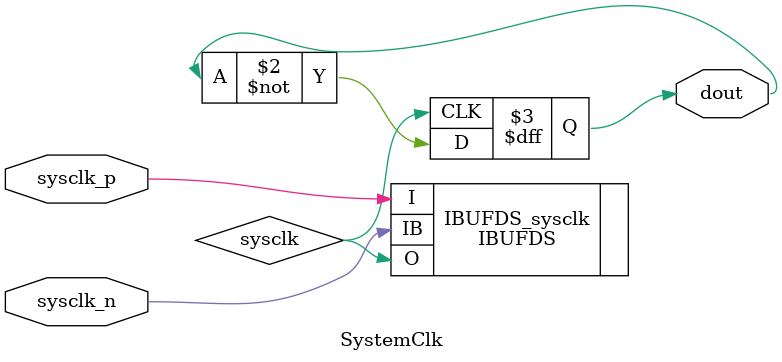
<source format=v>
`timescale 1ns / 1ps


module SystemClk(

input sysclk_p,
input sysclk_n,
output reg dout

    );
    wire sysclk;
    IBUFDS IBUFDS_sysclk(
    .I(sysclk_p),
    .IB(sysclk_n),
    .O(sysclk)
    );
    always @(posedge sysclk) begin
    dout <=~dout;
    end
endmodule

</source>
